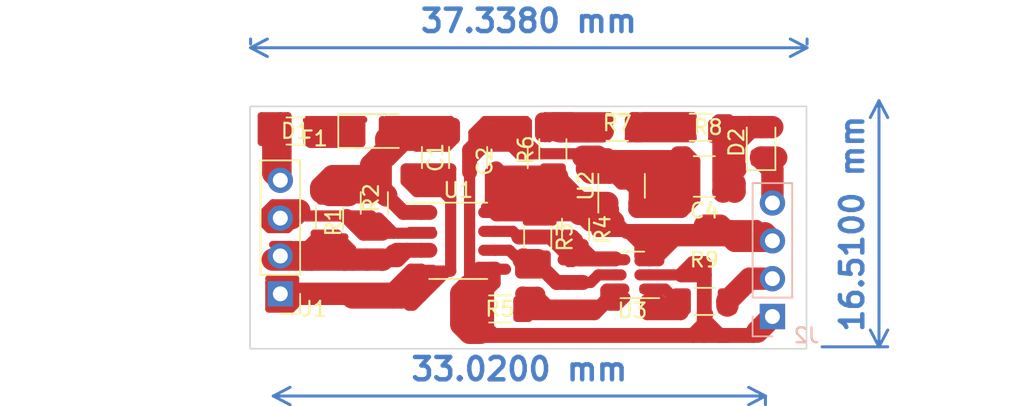
<source format=kicad_pcb>
(kicad_pcb (version 20211014) (generator pcbnew)
  (layers (0 "F.Cu" signal) (31 "B.Cu" signal) (34 "B.Paste" user) (35 "F.Paste" user) (36 "B.SilkS" user "B.Silkscreen") (37 "F.SilkS" user "F.Silkscreen") (38 "B.Mask" user) (39 "F.Mask" user) (44 "Edge.Cuts" user))
  (net 0 "")
  (net 1 "Net-(C1-Pad1)")
  (net 2 "GND1")
  (net 3 "GNDS")
  (net 4 "Net-(C2-Pad1)")
  (net 5 "Net-(C4-Pad1)")
  (net 6 "Net-(D2-Pad1)")
  (net 7 "Net-(F1-Pad2)")
  (net 8 "Net-(D1-Pad1)")
  (net 9 "Net-(R3-Pad2)")
  (net 10 "Net-(R4-Pad2)")
  (net 11 "Net-(R5-Pad1)")
  (net 12 "Net-(R6-Pad2)")
  (net 13 "Net-(R7-Pad2)")
  (net 14 "Net-(J1-Pad2)")
  (net 15 "Net-(J1-Pad3)")
  (net 16 "Net-(R9-Pad1)")
  (net 17 "Net-(J2-Pad2)")
  (footprint "Resistor_SMD:R_1206_3216Metric_Pad1.30x1.75mm_HandSolder" (layer "F.Cu") (at 60.1595 155.702 -90)
    (fp_text reference "R3")
    (fp_text value "10k")
  )
  (footprint "Package_TO_SOT_SMD:SOT-23-6" (layer "F.Cu") (at 66.5095 158.242 180)
    (fp_text reference "U3")
    (fp_text value "MCP4725")
  )
  (footprint "Package_TO_SOT_SMD:SOT-23-3" (layer "F.Cu") (at 65.786 152.2675 90)
    (fp_text reference "U2")
    (fp_text value "ZRB500_5")
  )
  (footprint "Diode_SMD:D_1206_3216Metric_Pad1.42x1.75mm_HandSolder" (layer "F.Cu") (at 49.2375 148.59)
    (fp_text reference "D1")
    (fp_text value "Schottky")
  )
  (footprint "Fuse:Fuse_1206_3216Metric_Pad1.42x1.75mm_HandSolder" (layer "F.Cu") (at 43.9035 148.59 180)
    (fp_text reference "F1")
    (fp_text value "100mA")
  )
  (footprint "Resistor_SMD:R_1206_3216Metric_Pad1.30x1.75mm_HandSolder" (layer "F.Cu") (at 61.1755 149.86 90)
    (fp_text reference "R6")
    (fp_text value "1k")
  )
  (footprint "Resistor_SMD:R_1206_3216Metric_Pad1.30x1.75mm_HandSolder" (layer "F.Cu") (at 71.0815 148.336)
    (fp_text reference "R8")
    (fp_text value "1k")
  )
  (footprint "Resistor_SMD:R_1206_3216Metric_Pad1.30x1.75mm_HandSolder" (layer "F.Cu") (at 62.6995 155.194 -90)
    (fp_text reference "R4")
    (fp_text value "10k")
  )
  (footprint "Diode_SMD:D_0805_2012Metric_Pad1.15x1.40mm_HandSolder" (layer "F.Cu") (at 75.1455 149.352 90)
    (fp_text reference "D2")
    (fp_text value "DIODE")
  )
  (footprint "Resistor_SMD:R_1206_3216Metric_Pad1.30x1.75mm_HandSolder" (layer "F.Cu") (at 46.1895 154.432 -90)
    (fp_text reference "R1")
    (fp_text value "10k")
  )
  (footprint "Connector_PinHeader_2.54mm:PinHeader_1x04_P2.54mm_Vertical" (layer "F.Cu") (at 42.8875 159.512 180)
    (fp_text reference "J1")
    (fp_text value "+5V,SCL,SDA,Gnd1")
  )
  (footprint "Resistor_SMD:R_1206_3216Metric_Pad1.30x1.75mm_HandSolder" (layer "F.Cu") (at 65.4935 148.336)
    (fp_text reference "R7")
    (fp_text value "1k")
  )
  (footprint "Resistor_SMD:R_1206_3216Metric_Pad1.30x1.75mm_HandSolder" (layer "F.Cu") (at 57.6195 160.528 180)
    (fp_text reference "R5")
    (fp_text value "10k")
  )
  (footprint "Capacitor_SMD:C_1210_3225Metric_Pad1.33x2.70mm_HandSolder" (layer "F.Cu") (at 71.3355 151.638 180)
    (fp_text reference "C4")
    (fp_text value "10")
  )
  (footprint "Resistor_SMD:R_1206_3216Metric_Pad1.30x1.75mm_HandSolder" (layer "F.Cu") (at 71.3355 160.02)
    (fp_text reference "R9")
    (fp_text value "10k")
  )
  (footprint "Resistor_SMD:R_1206_3216Metric_Pad1.30x1.75mm_HandSolder" (layer "F.Cu") (at 49.1955 153.416 -90)
    (fp_text reference "R2")
    (fp_text value "10k")
  )
  (footprint "Capacitor_SMD:C_1210_3225Metric_Pad1.33x2.70mm_HandSolder" (layer "F.Cu") (at 58.1275 150.368 90)
    (fp_text reference "C2")
    (fp_text value "10µF")
  )
  (footprint "Capacitor_SMD:C_1206_3216Metric_Pad1.33x1.80mm_HandSolder" (layer "F.Cu") (at 53.3015 150.368 -90)
    (fp_text reference "C1")
    (fp_text value "10µ")
  )
  (footprint "Package_SO:SOIC-8_3.9x4.9mm_P1.27mm" (layer "F.Cu") (at 54.8255 155.956)
    (fp_text reference "U1")
    (fp_text value "ADuM1250")
  )
  (footprint "Connector_PinHeader_2.54mm:PinHeader_1x04_P2.54mm_Vertical" (layer "B.Cu") (at 75.9075 161.036)
    (fp_text reference "J2")
    (fp_text value "+30V,+5V,Dac_Out,Ground_s")
  )
  (gr_rect (start 24.13 163.322) (end 24.13 163.322) (layer "Edge.Cuts") (width 0.1) (fill none))
  (gr_rect (start 78.1935 146.939) (end 40.8555 163.195) (layer "Edge.Cuts") (width 0.1) (fill none))
  (dimension (type orthogonal) (layer "B.Cu") (pts (xy 40.894 143.256) (xy 78.232 143.256)) (height -0.254) (orientation 0) (gr_text "37,3380 mm" (at 59.563 141.202) (layer "B.Cu") (effects (font (size 1.5 1.5) (thickness 0.3)))) (format (units 3) (units_format 1) (precision 4)) (style (thickness 0.2) (arrow_length 1.27) (text_position_mode 0) (extension_height 0.58642) (extension_offset 0.5) keep_text_aligned))
  (dimension (type orthogonal) (layer "B.Cu") (pts (xy 42.418 166.37) (xy 75.438 165.862)) (height 0) (orientation 0) (gr_text "33,0200 mm" (at 58.928 164.57) (layer "B.Cu") (effects (font (size 1.5 1.5) (thickness 0.3)))) (format (units 3) (units_format 1) (precision 4)) (style (thickness 0.2) (arrow_length 1.27) (text_position_mode 0) (extension_height 0.58642) (extension_offset 0.5) keep_text_aligned))
  (dimension (type orthogonal) (layer "B.Cu") (pts (xy 83.058 146.558) (xy 78.74 163.068)) (height 0) (orientation 1) (gr_text "16,5100 mm" (at 81.258 154.813 90) (layer "B.Cu") (effects (font (size 1.5 1.5) (thickness 0.3)))) (format (units 3) (units_format 1) (precision 4)) (style (thickness 0.2) (arrow_length 1.27) (text_position_mode 0) (extension_height 0.58642) (extension_offset 0.5) keep_text_aligned))
  (segment (start 54.0635 149.606) (end 54.5715 149.098) (width 0.75) (layer "F.Cu") (net 1))
  (segment (start 49.9995 152.908) (end 49.9995 150.272944) (width 0.75) (layer "F.Cu") (net 1))
  (segment (start 51.972944 149.547444) (end 50.725 149.547444) (width 0.75) (layer "F.Cu") (net 1))
  (segment (start 48.9835 151.188) (end 48.9835 150.876) (width 1.5) (layer "F.Cu") (net 1))
  (segment (start 49.7455 148.844) (end 49.9995 149.098) (width 0.5) (layer "F.Cu") (net 1))
  (segment (start 52.0315 149.606) (end 51.972944 149.547444) (width 0.75) (layer "F.Cu") (net 1))
  (segment (start 49.9995 147.828) (end 49.9995 149.098) (width 0.5) (layer "F.Cu") (net 1))
  (segment (start 47.4855 152.882) (end 49.9735 152.882) (width 1) (layer "F.Cu") (net 1))
  (segment (start 54.3175 147.828) (end 49.9995 147.828) (width 0.5) (layer "F.Cu") (net 1))
  (segment (start 47.4855 152.882) (end 48.5045 151.863) (width 1.5) (layer "F.Cu") (net 1))
  (segment (start 46.1895 152.882) (end 47.2895 152.882) (width 1.5) (layer "F.Cu") (net 1))
  (segment (start 50.725 148.59) (end 50.725 149.547444) (width 1.5) (layer "F.Cu") (net 1))
  (segment (start 52.3505 154.051) (end 52.9205 154.051) (width 1) (layer "F.Cu") (net 1))
  (segment (start 49.489388 151.696) (end 49.586556 151.598832) (width 1.5) (layer "F.Cu") (net 1))
  (segment (start 49.840556 150.114) (end 49.9995 150.272944) (width 1.5) (layer "F.Cu") (net 1))
  (segment (start 49.7455 147.828) (end 49.7455 148.844) (width 0.5) (layer "F.Cu") (net 1))
  (segment (start 51.1425 154.051) (end 49.9995 152.908) (width 1) (layer "F.Cu") (net 1))
  (segment (start 52.3505 154.051) (end 51.1425 154.051) (width 1) (layer "F.Cu") (net 1))
  (segment (start 53.517 148.8055) (end 53.771 148.5515) (width 0.75) (layer "F.Cu") (net 1))
  (segment (start 50.5075 148.59) (end 49.9995 149.098) (width 1.5) (layer "F.Cu") (net 1))
  (segment (start 52.755 148.59) (end 52.7935 148.5515) (width 1.5) (layer "F.Cu") (net 1))
  (segment (start 53.3015 148.8055) (end 53.517 148.8055) (width 0.75) (layer "F.Cu") (net 1))
  (segment (start 49.9995 150.272944) (end 51.720944 148.5515) (width 1.5) (layer "F.Cu") (net 1))
  (segment (start 49.1955 152.104) (end 49.9995 152.908) (width 1.5) (layer "F.Cu") (net 1))
  (segment (start 53.263 148.5515) (end 53.3015 148.59) (width 1.5) (layer "F.Cu") (net 1))
  (segment (start 47.2895 152.882) (end 47.4855 152.882) (width 1.5) (layer "F.Cu") (net 1))
  (segment (start 49.586556 150.272944) (end 48.9835 150.876) (width 1) (layer "F.Cu") (net 1))
  (segment (start 54.5715 149.098) (end 54.5715 148.082) (width 0.75) (layer "F.Cu") (net 1))
  (segment (start 53.3015 148.8055) (end 52.501 149.606) (width 0.75) (layer "F.Cu") (net 1))
  (segment (start 49.1955 151.696) (end 49.489388 151.696) (width 1.5) (layer "F.Cu") (net 1))
  (segment (start 47.2895 152.882) (end 48.9835 151.188) (width 1.5) (layer "F.Cu") (net 1))
  (segment (start 53.3015 148.59) (end 53.3015 148.8055) (width 1.5) (layer "F.Cu") (net 1))
  (segment (start 52.501 149.606) (end 52.0315 149.606) (width 0.75) (layer "F.Cu") (net 1))
  (segment (start 46.4145 151.667) (end 48.5045 151.667) (width 1.6) (layer "F.Cu") (net 1))
  (segment (start 52.501 149.606) (end 54.0635 149.606) (width 0.75) (layer "F.Cu") (net 1))
  (segment (start 48.9835 151.188) (end 49.0415 151.188) (width 1.5) (layer "F.Cu") (net 1))
  (segment (start 49.586556 151.598832) (end 49.586556 150.272944) (width 1.5) (layer "F.Cu") (net 1))
  (segment (start 49.4915 152.654) (end 48.9835 152.654) (width 0.75) (layer "F.Cu") (net 1))
  (segment (start 48.9835 152.654) (end 45.6815 152.654) (width 1.6) (layer "F.Cu") (net 1))
  (segment (start 49.586556 150.272944) (end 49.9995 150.272944) (width 1.5) (layer "F.Cu") (net 1))
  (segment (start 49.9995 149.098) (end 49.9995 149.352) (width 1.5) (layer "F.Cu") (net 1))
  (segment (start 45.6815 152.654) (end 45.6815 152.4) (width 1.6) (layer "F.Cu") (net 1))
  (segment (start 51.720944 148.5515) (end 53.263 148.5515) (width 1.5) (layer "F.Cu") (net 1))
  (segment (start 52.7935 148.5515) (end 51.720944 148.5515) (width 1.5) (layer "F.Cu") (net 1))
  (segment (start 48.5045 151.863) (end 48.5045 151.667) (width 1.5) (layer "F.Cu") (net 1))
  (segment (start 50.5075 148.59) (end 52.755 148.59) (width 1.5) (layer "F.Cu") (net 1))
  (segment (start 50.725 148.59) (end 50.5075 148.59) (width 1.5) (layer "F.Cu") (net 1))
  (segment (start 52.7935 148.5515) (end 53.771 148.5515) (width 1.5) (layer "F.Cu") (net 1))
  (segment (start 45.6815 152.4) (end 46.4145 151.667) (width 1.6) (layer "F.Cu") (net 1))
  (segment (start 50.5075 153.416) (end 50.303226 153.416) (width 0.75) (layer "F.Cu") (net 1))
  (segment (start 49.7455 150.114) (end 49.840556 150.114) (width 1.5) (layer "F.Cu") (net 1))
  (segment (start 49.1955 151.696) (end 49.1955 152.104) (width 1.5) (layer "F.Cu") (net 1))
  (segment (start 50.725 149.547444) (end 49.9995 150.272944) (width 1.5) (layer "F.Cu") (net 1))
  (segment (start 54.5715 148.082) (end 54.3175 147.828) (width 0.5) (layer "F.Cu") (net 1))
  (segment (start 49.9735 152.882) (end 49.9995 152.908) (width 1) (layer "F.Cu") (net 1))
  (segment (start 49.1955 151.696) (end 49.2955 151.696) (width 1.5) (layer "F.Cu") (net 1))
  (segment (start 48.9835 150.876) (end 49.7455 150.114) (width 1.5) (layer "F.Cu") (net 1))
  (segment (start 51.3245 151.13) (end 54.3175 151.13) (width 0.75) (layer "F.Cu") (net 2))
  (segment (start 51.0255 159.756) (end 51.0255 159.776) (width 0.75) (layer "F.Cu") (net 2))
  (segment (start 43.9035 160.274) (end 43.9035 158.496) (width 0.5) (layer "F.Cu") (net 2))
  (segment (start 54.3175 157.988) (end 53.5555 157.988) (width 0.75) (layer "F.Cu") (net 2))
  (segment (start 53.3015 158.75) (end 52.3505 159.701) (width 0.75) (layer "F.Cu") (net 2))
  (segment (start 51.3245 151.947) (end 51.595 151.6765) (width 0.75) (layer "F.Cu") (net 2))
  (segment (start 42.1255 158.75) (end 42.1255 160.528) (width 0.5) (layer "F.Cu") (net 2))
  (segment (start 43.6495 160.528) (end 43.9035 160.274) (width 0.5) (layer "F.Cu") (net 2))
  (segment (start 42.8875 159.512) (end 42.1255 158.75) (width 0.5) (layer "F.Cu") (net 2))
  (segment (start 51.0255 159.776) (end 51.5235 160.274) (width 0.75) (layer "F.Cu") (net 2))
  (segment (start 50.2115 159.512) (end 50.4555 159.756) (width 1.5) (layer "F.Cu") (net 2))
  (segment (start 50.4555 159.756) (end 49.7555 159.756) (width 0.75) (layer "F.Cu") (net 2))
  (segment (start 54.3175 153.162) (end 54.3175 152.223) (width 0.75) (layer "F.Cu") (net 2))
  (segment (start 54.3175 152.223) (end 53.771 151.6765) (width 0.75) (layer "F.Cu") (net 2))
  (segment (start 54.3175 151.13) (end 54.3175 152.223) (width 0.75) (layer "F.Cu") (net 2))
  (segment (start 53.3015 158.75) (end 53.0475 158.496) (width 0.75) (layer "F.Cu") (net 2))
  (segment (start 51.6505 157.861) (end 49.7555 159.756) (width 0.75) (layer "F.Cu") (net 2))
  (segment (start 42.8875 159.512) (end 50.2115 159.512) (width 1.5) (layer "F.Cu") (net 2))
  (segment (start 47.7235 159.756) (end 51.0255 159.756) (width 1.5) (layer "F.Cu") (net 2))
  (segment (start 53.086 151.9305) (end 54.3175 153.162) (width 0.75) (layer "F.Cu") (net 2))
  (segment (start 51.0255 159.756) (end 52.2855 158.496) (width 1.5) (layer "F.Cu") (net 2))
  (segment (start 51.3245 151.947) (end 51.3245 151.13) (width 0.75) (layer "F.Cu") (net 2))
  (segment (start 53.8095 152.654) (end 54.3175 153.162) (width 0.75) (layer "F.Cu") (net 2))
  (segment (start 53.5555 158.496) (end 53.3015 158.75) (width 0.75) (layer "F.Cu") (net 2))
  (segment (start 53.8095 152.654) (end 52.0315 152.654) (width 0.75) (layer "F.Cu") (net 2))
  (segment (start 54.0635 157.988) (end 53.5555 158.496) (width 0.75) (layer "F.Cu") (net 2))
  (segment (start 53.5555 157.988) (end 53.5555 158.496) (width 0.75) (layer "F.Cu") (net 2))
  (segment (start 52.7935 151.6765) (end 51.595 151.6765) (width 0.75) (layer "F.Cu") (net 2))
  (segment (start 42.1255 160.528) (end 43.6495 160.528) (width 0.5) (layer "F.Cu") (net 2))
  (segment (start 52.3505 157.861) (end 51.6505 157.861) (width 0.75) (layer "F.Cu") (net 2))
  (segment (start 54.3175 157.988) (end 54.0635 157.988) (width 0.75) (layer "F.Cu") (net 2))
  (segment (start 49.7555 159.756) (end 47.7235 159.756) (width 0.75) (layer "F.Cu") (net 2))
  (segment (start 52.324 151.6765) (end 52.7935 151.6765) (width 1.5) (layer "F.Cu") (net 2))
  (segment (start 43.9035 158.496) (end 42.1255 158.496) (width 0.5) (layer "F.Cu") (net 2))
  (segment (start 42.8875 159.766) (end 42.3795 160.274) (width 0.5) (layer "F.Cu") (net 2))
  (segment (start 54.3175 153.162) (end 54.3175 157.988) (width 0.75) (layer "F.Cu") (net 2))
  (segment (start 52.0315 152.654) (end 51.3245 151.947) (width 0.75) (layer "F.Cu") (net 2))
  (segment (start 42.8875 159.512) (end 42.8875 160.02) (width 0.75) (layer "F.Cu") (net 2))
  (segment (start 42.8875 159.512) (end 42.8875 159.766) (width 0.5) (layer "F.Cu") (net 2))
  (segment (start 52.7935 151.6765) (end 53.771 151.6765) (width 1.5) (layer "F.Cu") (net 2))
  (segment (start 52.0315 151.9305) (end 53.086 151.9305) (width 0.75) (layer "F.Cu") (net 2))
  (segment (start 53.0475 158.496) (end 52.2855 158.496) (width 0.75) (layer "F.Cu") (net 2))
  (segment (start 51.5235 160.274) (end 51.7775 160.274) (width 0.75) (layer "F.Cu") (net 2))
  (segment (start 53.5555 157.988) (end 52.4775 157.988) (width 0.75) (layer "F.Cu") (net 2))
  (segment (start 52.3505 157.861) (end 52.3505 159.701) (width 0.75) (layer "F.Cu") (net 2))
  (segment (start 53.771 151.6765) (end 54.3175 151.13) (width 0.75) (layer "F.Cu") (net 2))
  (segment (start 51.7775 160.274) (end 52.3505 159.701) (width 0.75) (layer "F.Cu") (net 2))
  (segment (start 64.1695 150.314) (end 63.2075 150.314) (width 1.5) (layer "F.Cu") (net 3))
  (segment (start 71.3355 161.544) (end 70.5735 162.306) (width 1) (layer "F.Cu") (net 3))
  (segment (start 57.3005 157.861) (end 58.0005 157.861) (width 0.75) (layer "F.Cu") (net 3))
  (segment (start 57.3005 157.861) (end 56.9845 157.861) (width 1) (layer "F.Cu") (net 3))
  (segment (start 68.0335 151.384) (end 68.068 151.3495) (width 1.5) (layer "F.Cu") (net 3))
  (segment (start 57.3005 157.861) (end 57.3005 158.815) (width 0.75) (layer "F.Cu") (net 3))
  (segment (start 71.3355 157.48) (end 70.5735 157.48) (width 1) (layer "F.Cu") (net 3))
  (segment (start 69.8115 153.924) (end 70.5735 153.162) (width 1) (layer "F.Cu") (net 3))
  (segment (start 69.452 151.2785) (end 68.7955 150.622) (width 0.5) (layer "F.Cu") (net 3))
  (segment (start 74.6375 162.306) (end 74.8915 162.052) (width 1) (layer "F.Cu") (net 3))
  (segment (start 59.5245 147.955) (end 59.5245 149.225) (width 0.5) (layer "F.Cu") (net 3))
  (segment (start 66.7635 151.892) (end 68.0335 153.162) (width 1.5) (layer "F.Cu") (net 3))
  (segment (start 66.7635 151.892) (end 66.7635 153.3775) (width 1) (layer "F.Cu") (net 3))
  (segment (start 57.4425 147.828) (end 59.3975 147.828) (width 0.5) (layer "F.Cu") (net 3))
  (segment (start 58.8895 150.114) (end 57.581 148.8055) (width 0.75) (layer "F.Cu") (net 3))
  (segment (start 63.9695 150.114) (end 60.1595 150.114) (width 0.75) (layer "F.Cu") (net 3))
  (segment (start 63.7155 151.384) (end 64.7315 151.384) (width 1.5) (layer "F.Cu") (net 3))
  (segment (start 58.1275 148.8055) (end 58.1275 148.59) (width 0.75) (layer "F.Cu") (net 3))
  (segment (start 64.7315 151.13) (end 64.7315 150.876) (width 1.5) (layer "F.Cu") (net 3))
  (segment (start 57.581 148.8055) (end 56.642 148.8055) (width 0.75) (layer "F.Cu") (net 3))
  (segment (start 56.2225 158.369) (end 56.6035 158.75) (width 1) (layer "F.Cu") (net 3))
  (segment (start 71.3355 162.306) (end 72.8595 162.306) (width 1) (layer "F.Cu") (net 3))
  (segment (start 59.1435 150.114) (end 59.1435 149.606) (width 0.75) (layer "F.Cu") (net 3))
  (segment (start 57.4425 147.828) (end 56.6035 147.828) (width 0.5) (layer "F.Cu") (net 3))
  (segment (start 74.8915 162.052) (end 75.1455 161.798) (width 1) (layer "F.Cu") (net 3))
  (segment (start 55.5875 158.496) (end 55.5875 159.004) (width 0.75) (layer "F.Cu") (net 3))
  (segment (start 75.9075 161.036) (end 74.8915 162.052) (width 1.5) (layer "F.Cu") (net 3))
  (segment (start 68.503 151.892) (end 68.5415 151.892) (width 1.5) (layer "F.Cu") (net 3))
  (segment (start 57.658 148.0435) (end 57.4425 147.828) (width 0.5) (layer "F.Cu") (net 3))
  (segment (start 55.7505 150.459) (end 56.6035 149.606) (width 0.75) (layer "F.Cu") (net 3))
  (segment (start 58.1275 148.59) (end 58.6355 148.082) (width 0.75) (layer "F.Cu") (net 3))
  (segment (start 55.7505 149.697) (end 55.7505 150.459) (width 0.75) (layer "F.Cu") (net 3))
  (segment (start 71.3355 161.29) (end 71.3355 161.544) (width 1) (layer "F.Cu") (net 3))
  (segment (start 71.3355 158.242) (end 71.3355 157.48) (width 1) (layer "F.Cu") (net 3))
  (segment (start 59.3975 147.828) (end 59.5245 147.955) (width 0.5) (layer "F.Cu") (net 3))
  (segment (start 68.7955 150.622) (end 67.2715 150.622) (width 1.5) (layer "F.Cu") (net 3))
  (segment (start 67.0175 158.242) (end 67.647 158.242) (width 0.75) (layer "F.Cu") (net 3))
  (segment (start 58.1275 148.8055) (end 56.642 148.8055) (width 1.5) (layer "F.Cu") (net 3))
  (segment (start 56.8575 159.258) (end 56.8575 161.798) (width 0.75) (layer "F.Cu") (net 3))
  (segment (start 66.7635 151.384) (end 68.0335 151.384) (width 1.5) (layer "F.Cu") (net 3))
  (segment (start 58.1275 148.8055) (end 58.42 148.8055) (width 0.5) (layer "F.Cu") (net 3))
  (segment (start 57.3005 158.815) (end 56.8575 159.258) (width 0.75) (layer "F.Cu") (net 3))
  (segment (start 71.3355 162.306) (end 70.5735 162.306) (width 0.75) (layer "F.Cu") (net 3))
  (segment (start 67.5255 152.654) (end 67.5255 153.416) (width 0.75) (layer "F.Cu") (net 3))
  (segment (start 59.9055 150.114) (end 58.8895 150.114) (width 0.75) (layer "F.Cu") (net 3))
  (segment (start 56.0955 159.258) (end 56.6035 158.75) (width 1) (layer "F.Cu") (net 3))
  (segment (start 58.597 148.8055) (end 59.9055 150.114) (width 0.5) (layer "F.Cu") (net 3))
  (segment (start 69.773 150.9145) (end 69.773 151.638) (width 1.5) (layer "F.Cu") (net 3))
  (segment (start 69.8115 158.242) (end 67.647 158.242) (width 0.75) (layer "F.Cu") (net 3))
  (segment (start 56.0955 161.29) (end 56.0955 160.528) (width 0.5) (layer "F.Cu") (net 3))
  (segment (start 55.5875 149.86) (end 55.5875 151.358) (width 1) (layer "F.Cu") (net 3))
  (segment (start 72.8595 162.306) (end 72.3515 162.306) (width 1) (layer "F.Cu") (net 3))
  (segment (start 66.2555 152.146) (end 66.2555 151.384) (width 0.75) (layer "F.Cu") (net 3))
  (segment (start 64.9855 151.384) (end 64.7315 151.13) (width 1.5) (layer "F.Cu") (net 3))
  (segment (start 70.0655 150.114) (end 70.5735 150.622) (width 1) (layer "F.Cu") (net 3))
  (segment (start 58.1275 148.8055) (end 58.597 148.8055) (width 0.5) (layer "F.Cu") (net 3))
  (segment (start 59.9055 150.114) (end 59.1435 150.114) (width 0.75) (layer "F.Cu") (net 3))
  (segment (start 75.9075 161.036) (end 75.1455 161.798) (width 1.5) (layer "F.Cu") (net 3))
  (segment (start 66.736 153.405) (end 66.736 153.858) (width 1) (layer "F.Cu") (net 3))
  (segment (start 56.0955 149.352) (end 55.7505 149.697) (width 1) (layer "F.Cu") (net 3))
  (segment (start 68.068 150.876) (end 69.084 151.892) (width 1.5) (layer "F.Cu") (net 3))
  (segment (start 69.084 151.892) (end 69.084 152.26) (width 1.5) (layer "F.Cu") (net 3))
  (segment (start 56.6035 147.828) (end 55.7505 148.681) (width 0.5) (layer "F.Cu") (net 3))
  (segment (start 72.8595 162.306) (end 74.6375 162.306) (width 1) (layer "F.Cu") (net 3))
  (segment (start 71.3355 162.306) (end 56.5515 162.306) (width 1) (layer "F.Cu") (net 3))
  (segment (start 56.0955 160.528) (end 56.0955 159.512) (width 0.5) (layer "F.Cu") (net 3))
  (segment (start 66.736 153.858) (end 66.802 153.924) (width 1) (layer "F.Cu") (net 3))
  (segment (start 69.198 151.638) (end 69.198 151.0245) (width 1.5) (layer "F.Cu") (net 3))
  (segment (start 66.7635 151.892) (end 67.5255 152.654) (width 0.75) (layer "F.Cu") (net 3))
  (segment (start 55.0795 161.544) (end 55.6135 162.078) (width 1.6) (layer "F.Cu") (net 3))
  (segment (start 70.5735 157.48) (end 69.8115 158.242) (width 1) (layer "F.Cu") (net 3))
  (segment (start 56.2225 157.861) (end 56.2225 158.369) (width 1) (layer "F.Cu") (net 3))
  (segment (start 55.5875 159.004) (end 55.5875 159.258) (width 0.75) (layer "F.Cu") (net 3))
  (segment (start 56.642 148.8055) (end 56.0955 149.352) (width 1) (layer "F.Cu") (net 3))
  (segment (start 68.0335 153.162) (end 69.3035 153.162) (width 1.5) (layer "F.Cu") (net 3))
  (segment (start 66.2555 151.384) (end 66.7635 151.384) (width 1.5) (layer "F.Cu") (net 3))
  (segment (start 70.5735 150.622) (end 69.773 151.4225) (width 1) (layer "F.Cu") (net 3))
  (segment (start 56.8575 161.798) (end 57.3655 162.306) (width 0.75) (layer "F.Cu") (net 3))
  (segment (start 57.3655 162.306) (end 68.2875 162.306) (width 0.75) (layer "F.Cu") (net 3))
  (segment (start 64.907 150.114) (end 69.5575 150.114) (width 0.5) (layer "F.Cu") (net 3))
  (segment (start 56.3235 162.078) (end 56.0955 162.306) (width 0.75) (layer "F.Cu") (net 3))
  (segment (start 59.1435 149.606) (end 59.1435 148.336) (width 0.75) (layer "F.Cu") (net 3))
  (segment (start 71.3355 160.782) (end 71.3355 158.242) (width 1) (layer "F.Cu") (net 3))
  (segment (start 69.773 152.6155) (end 69.773 151.638) (width 1) (layer "F.Cu") (net 3))
  (segment (start 69.773 151.4225) (end 69.773 151.638) (width 1) (layer "F.Cu") (net 3))
  (segment (start 72.3515 162.306) (end 71.3355 161.29) (width 1) (layer "F.Cu") (net 3))
  (segment (start 64.907 150.114) (end 64.2235 150.114) (width 0.75) (layer "F.Cu") (net 3))
  (segment (start 55.6135 162.078) (end 56.3235 162.078) (width 1.6) (layer "F.Cu") (net 3))
  (segment (start 55.0795 159.512) (end 55.0795 161.544) (width 1.6) (layer "F.Cu") (net 3))
  (segment (start 68.2875 162.306) (end 56.0955 162.306) (width 0.75) (layer "F.Cu") (net 3))
  (segment (start 58.42 148.8055) (end 57.658 148.0435) (width 0.5) (layer "F.Cu") (net 3))
  (segment (start 71.3355 160.782) (end 71.4355 160.882) (width 1) (layer "F.Cu") (net 3))
  (segment (start 66.2555 152.146) (end 65.7475 152.146) (width 0.75) (layer "F.Cu") (net 3))
  (segment (start 66.7635 151.384) (end 66.7635 151.892) (width 1.5) (layer "F.Cu") (net 3))
  (segment (start 57.3005 157.861) (end 56.2225 157.861) (width 1) (layer "F.Cu") (net 3))
  (segment (start 65.7475 152.146) (end 64.9855 151.384) (width 0.75) (layer "F.Cu") (net 3))
  (segment (start 56.3235 160.274) (end 56.3235 162.078) (width 0.75) (layer "F.Cu") (net 3))
  (segment (start 55.5875 151.358) (end 55.5875 158.496) (width 0.75) (layer "F.Cu") (net 3))
  (segment (start 56.6035 149.606) (end 56.3495 149.606) (width 0.75) (layer "F.Cu") (net 3))
  (segment (start 66.7635 153.3775) (end 66.736 153.405) (width 1) (layer "F.Cu") (net 3))
  (segment (start 71.3355 158.242) (end 69.8115 158.242) (width 1) (layer "F.Cu") (net 3))
  (segment (start 69.198 151.0245) (end 68.7955 150.622) (width 1.5) (layer "F.Cu") (net 3))
  (segment (start 56.3235 160.274) (end 56.3235 161.57) (width 1) (layer "F.Cu") (net 3))
  (segment (start 56.3495 149.606) (end 56.0955 149.352) (width 0.75) (layer "F.Cu") (net 3))
  (segment (start 66.802 153.924) (end 69.8115 153.924) (width 1) (layer "F.Cu") (net 3))
  (segment (start 68.068 150.876) (end 68.068 151.3495) (width 1.5) (layer "F.Cu") (net 3))
  (segment (start 60.4135 150.114) (end 59.9055 150.114) (width 0.75) (layer "F.Cu") (net 3))
  (segment (start 65.7475 150.622) (end 64.9855 151.384) (width 1.5) (layer "F.Cu") (net 3))
  (segment (start 70.5735 162.306) (end 68.2875 162.306) (width 0.75) (layer "F.Cu") (net 3))
  (segment (start 59.5245 149.225) (end 60.4135 150.114) (width 0.5) (layer "F.Cu") (net 3))
  (segment (start 69.5575 150.114) (end 70.0655 150.114) (width 1) (layer "F.Cu") (net 3))
  (segment (start 67.2715 150.622) (end 65.7475 150.622) (width 1.5) (layer "F.Cu") (net 3))
  (segment (start 59.1435 149.606) (end 56.6035 149.606) (width 0.75) (layer "F.Cu") (net 3))
  (segment (start 70.5735 153.162) (end 69.3035 153.162) (width 1) (layer "F.Cu") (net 3))
  (segment (start 55.7505 149.697) (end 55.5875 149.86) (width 1) (layer "F.Cu") (net 3))
  (segment (start 67.5255 153.416) (end 66.2555 152.146) (width 0.75) (layer "F.Cu") (net 3))
  (segment (start 68.2605 150.7005) (end 69.198 151.638) (width 1) (layer "F.Cu") (net 3))
  (segment (start 71.3355 162.306) (end 71.3355 161.29) (width 1) (layer "F.Cu") (net 3))
  (segment (start 63.4615 151.13) (end 63.7155 150.876) (width 1.5) (layer "F.Cu") (net 3))
  (segment (start 56.0955 162.306) (end 56.0955 161.29) (width 0.75) (layer "F.Cu") (net 3))
  (segment (start 55.7505 148.681) (end 55.7505 149.697) (width 0.5) (layer "F.Cu") (net 3))
  (segment (start 55.5875 159.004) (end 55.0795 159.512) (width 1.6) (layer "F.Cu") (net 3))
  (segment (start 64.7315 150.876) (end 64.1695 150.314) (width 1.5) (layer "F.Cu") (net 3))
  (segment (start 71.3355 161.29) (end 71.3355 160.782) (width 1) (layer "F.Cu") (net 3))
  (segment (start 56.0955 161.29) (end 56.0955 159.258) (width 1) (layer "F.Cu") (net 3))
  (segment (start 70.5735 153.162) (end 70.5735 150.622) (width 1) (layer "F.Cu") (net 3))
  (segment (start 69.084 152.26) (end 68.99675 152.34725) (width 1.5) (layer "F.Cu") (net 3))
  (segment (start 56.5515 162.306) (end 56.3235 162.078) (width 1) (layer "F.Cu") (net 3))
  (segment (start 64.9855 151.384) (end 66.2555 151.384) (width 0.75) (layer "F.Cu") (net 3))
  (segment (start 64.128 155.3265) (end 66.134 155.3265) (width 0.75) (layer "F.Cu") (net 4))
  (segment (start 62.6995 153.644) (end 62.6995 153.162) (width 1.5) (layer "F.Cu") (net 4))
  (segment (start 64.128 155.3265) (end 63.62 154.8185) (width 0.5) (layer "F.Cu") (net 4))
  (segment (start 63.62 154.8185) (end 62.9535 154.152) (width 1) (layer "F.Cu") (net 4))
  (segment (start 56.6035 153.67) (end 57.1115 153.67) (width 0.5) (layer "F.Cu") (net 4))
  (segment (start 67.0175 156.21) (end 67.0175 156.972) (width 0.75) (layer "F.Cu") (net 4))
  (segment (start 65.2395 154.686) (end 65.4935 154.686) (width 0.75) (layer "F.Cu") (net 4))
  (segment (start 57.1115 151.384) (end 57.3655 151.13) (width 1) (layer "F.Cu") (net 4))
  (segment (start 68.4145 155.829) (end 68.917 155.3265) (width 0.75) (layer "F.Cu") (net 4))
  (segment (start 57.3005 154.051) (end 59.2705 154.051) (width 1) (layer "F.Cu") (net 4))
  (segment (start 61.4555 153.136) (end 61.4295 153.162) (width 1.5) (layer "F.Cu") (net 4))
  (segment (start 72.771 155.321) (end 72.39 154.94) (width 1.5) (layer "F.Cu") (net 4))
  (segment (start 57.8995 151.664) (end 57.3655 151.13) (width 1) (layer "F.Cu") (net 4))
  (segment (start 68.4145 155.829) (end 73.279 155.829) (width 1) (layer "F.Cu") (net 4))
  (segment (start 58.089 151.9305) (end 57.3655 152.654) (width 1) (layer "F.Cu") (net 4))
  (segment (start 67.647 157.172774) (end 68.194637 156.625137) (width 0.75) (layer "F.Cu") (net 4))
  (segment (start 64.345 154.8185) (end 64.61 154.8185) (width 0.5) (layer "F.Cu") (net 4))
  (segment (start 68.990774 155.829) (end 68.4145 155.829) (width 1.5) (layer "F.Cu") (net 4))
  (segment (start 60.9735 152.654) (end 61.7355 153.416) (width 1.5) (layer "F.Cu") (net 4))
  (segment (start 57.3005 154.051) (end 56.5375 154.051) (width 0.75) (layer "F.Cu") (net 4))
  (segment (start 57.4015 154.152) (end 57.3005 154.051) (width 1) (layer "F.Cu") (net 4))
  (segment (start 66.134 155.3265) (end 67.15 155.3265) (width 0.75) (layer "F.Cu") (net 4))
  (segment (start 67.0175 157.292) (end 67.647 157.292) (width 0.75) (layer "F.Cu") (net 4))
  (segment (start 69.493274 155.3265) (end 70.9875 155.3265) (width 1) (layer "F.Cu") (net 4))
  (segment (start 61.4295 153.162) (end 61.9375 153.67) (width 0.5) (layer "F.Cu") (net 4))
  (segment (start 67.647 157.292) (end 67.647 157.172774) (width 0.75) (layer "F.Cu") (net 4))
  (segment (start 73.406 155.956) (end 72.771 155.321) (width 1.5) (layer "F.Cu") (net 4))
  (segment (start 57.3005 154.051) (end 57.9355 153.416) (width 0.75) (layer "F.Cu") (net 4))
  (segment (start 74.422 155.956) (end 75.9075 155.956) (width 1.5) (layer "F.Cu") (net 4))
  (segment (start 62.6995 153.162) (end 61.4555 151.918) (width 1.5) (layer "F.Cu") (net 4))
  (segment (start 61.1755 154.686) (end 59.3975 154.686) (width 0.5) (layer "F.Cu") (net 4))
  (segment (start 56.7305 154.051) (end 56.6035 154.178) (width 0.5) (layer "F.Cu") (net 4))
  (segment (start 57.6455 151.41) (end 57.3655 151.13) (width 1) (layer "F.Cu") (net 4))
  (segment (start 67.0175 156.972) (end 67.327 156.972) (width 0.75) (layer "F.Cu") (net 4))
  (segment (start 57.3005 154.051) (end 56.7305 154.051) (width 0.5) (layer "F.Cu") (net 4))
  (segment (start 68.2875 157.292) (end 67.647 157.292) (width 0.75) (layer "F.Cu") (net 4))
  (segment (start 65.2395 153.8085) (end 64.836 153.405) (width 0.75) (layer "F.Cu") (net 4))
  (segment (start 58.851 152.654) (end 58.1275 151.9305) (width 1) (layer "F.Cu") (net 4))
  (segment (start 73.152 154.94) (end 72.771 155.321) (width 0.75) (layer "F.Cu") (net 4))
  (segment (start 73.279 155.829) (end 73.406 155.956) (width 1.5) (layer "F.Cu") (net 4))
  (segment (start 67.327 156.972) (end 67.647 157.292) (width 0.75) (layer "F.Cu") (net 4))
  (segment (start 65.4935 154.686) (end 66.134 155.3265) (width 0.75) (layer "F.Cu") (net 4))
  (segment (start 60.9735 152.654) (end 61.4555 153.136) (width 1.5) (layer "F.Cu") (net 4))
  (segment (start 59.2705 154.051) (end 60.0585 154.051) (width 1) (layer "F.Cu") (net 4))
  (segment (start 62.5985 153.416) (end 64.8325 153.416) (width 1.5) (layer "F.Cu") (net 4))
  (segment (start 74.8915 154.94) (end 73.152 154.94) (width 0.75) (layer "F.Cu") (net 4))
  (segment (start 58.1275 152.654) (end 57.1115 153.67) (width 1) (layer "F.Cu") (net 4))
  (segment (start 60.1595 153.162) (end 61.4295 153.162) (width 1) (layer "F.Cu") (net 4))
  (segment (start 57.1115 153.67) (end 57.1115 151.384) (width 1) (layer "F.Cu") (net 4))
  (segment (start 56.9845 154.051) (end 56.6035 153.67) (width 0.5) (layer "F.Cu") (net 4))
  (segment (start 57.3655 151.13) (end 57.3655 153.986) (width 1) (layer "F.Cu") (net 4))
  (segment (start 62.9795 154.152) (end 62.9535 154.152) (width 1.5) (layer "F.Cu") (net 4))
  (segment (start 59.8045 154.051) (end 60.1595 154.406) (width 0.5) (layer "F.Cu") (net 4))
  (segment (start 59.6775 151.664) (end 58.394 151.664) (width 1.5) (layer "F.Cu") (net 4))
  (segment (start 61.9375 153.416) (end 61.9375 153.67) (width 0.75) (layer "F.Cu") (net 4))
  (segment (start 60.6415 154.152) (end 61.1755 154.686) (width 0.5) (layer "F.Cu") (net 4))
  (segment (start 61.4555 151.664) (end 61.4555 151.918) (width 1.5) (layer "F.Cu") (net 4))
  (segment (start 75.9075 155.956) (end 75.3995 155.448) (width 1.5) (layer "F.Cu") (net 4))
  (segment (start 60.1595 154.152) (end 57.4015 154.152) (width 1) (layer "F.Cu") (net 4))
  (segment (start 72.39 154.94) (end 71.374 154.94) (width 1.5) (layer "F.Cu") (net 4))
  (segment (start 60.0585 154.051) (end 60.1595 154.152) (width 1) (layer "F.Cu") (net 4))
  (segment (start 60.1595 154.178) (end 59.6515 154.686) (width 0.5) (layer "F.Cu") (net 4))
  (segment (start 75.9075 155.956) (end 74.8915 154.94) (width 0.75) (layer "F.Cu") (net 4))
  (segment (start 57.3005 154.051) (end 56.9845 154.051) (width 0.5) (layer "F.Cu") (net 4))
  (segment (start 59.6775 151.664) (end 61.4555 151.664) (width 1.5) (layer "F.Cu") (net 4))
  (segment (start 66.134 155.3265) (end 67.0175 156.21) (width 0.75) (layer "F.Cu") (net 4))
  (segment (start 67.7795 156.21) (end 68.0335 156.21) (width 0.75) (layer "F.Cu") (net 4))
  (segment (start 61.1755 151.41) (end 57.6455 151.41) (width 1) (layer "F.Cu") (net 4))
  (segment (start 66.134 155.3265) (end 69.493274 155.3265) (width 1) (layer "F.Cu") (net 4))
  (segment (start 58.1275 151.9305) (end 58.1275 152.654) (width 1) (layer "F.Cu") (net 4))
  (segment (start 67.3985 155.575) (end 67.3985 156.337) (width 0.75) (layer "F.Cu") (net 4))
  (segment (start 58.851 152.654) (end 58.851 153.3775) (width 1) (layer "F.Cu") (net 4))
  (segment (start 60.452 154.1135) (end 60.1595 154.406) (width 0.5) (layer "F.Cu") (net 4))
  (segment (start 67.5255 156.464) (end 67.7795 156.21) (width 0.75) (layer "F.Cu") (net 4))
  (segment (start 58.394 151.664) (end 58.1275 151.9305) (width 1.5) (layer "F.Cu") (net 4))
  (segment (start 63.62 154.8185) (end 64.345 154.8185) (width 0.5) (layer "F.Cu") (net 4))
  (segment (start 59.6775 151.664) (end 57.8995 151.664) (width 1) (layer "F.Cu") (net 4))
  (segment (start 67.15 155.3265) (end 67.3985 155.575) (width 0.75) (layer "F.Cu") (net 4))
  (segment (start 60.1595 154.152) (end 60.6415 154.152) (width 0.5) (layer "F.Cu") (net 4))
  (segment (start 63.9695 153.416) (end 65.2395 154.686) (width 1.5) (layer "F.Cu") (net 4))
  (segment (start 68.0335 156.21) (end 68.4145 155.829) (width 0.75) (layer "F.Cu") (net 4))
  (segment (start 57.9355 153.416) (end 58.3815 153.416) (width 0.75) (layer "F.Cu") (net 4))
  (segment (start 70.9875 155.3265) (end 71.374 154.94) (width 1) (layer "F.Cu") (net 4))
  (segment (start 58.851 152.654) (end 60.9735 152.654) (width 1.5) (layer "F.Cu") (net 4))
  (segment (start 68.990774 155.829) (end 68.194637 156.625137) (width 1.5) (layer "F.Cu") (net 4))
  (segment (start 65.2395 154.686) (end 65.2395 153.8085) (width 0.75) (layer "F.Cu") (net 4))
  (segment (start 67.3985 156.337) (end 67.5255 156.464) (width 0.75) (layer "F.Cu") (net 4))
  (segment (start 68.917 155.3265) (end 69.493274 155.3265) (width 0.75) (layer "F.Cu") (net 4))
  (segment (start 59.2705 154.051) (end 60.1595 153.162) (width 1) (layer "F.Cu") (net 4))
  (segment (start 57.3655 153.986) (end 57.3005 154.051) (width 1) (layer "F.Cu") (net 4))
  (segment (start 60.1595 154.152) (end 60.1595 154.178) (width 0.5) (layer "F.Cu") (net 4))
  (segment (start 73.406 155.956) (end 74.422 155.956) (width 1.5) (layer "F.Cu") (net 4))
  (segment (start 58.1275 151.9305) (end 58.089 151.9305) (width 1) (layer "F.Cu") (net 4))
  (segment (start 61.4555 151.918) (end 61.4555 153.136) (width 1.5) (layer "F.Cu") (net 4))
  (segment (start 60.1595 154.152) (end 62.9535 154.152) (width 1) (layer "F.Cu") (net 4))
  (segment (start 74.3925 148.327) (end 73.3415 149.378) (width 1.5) (layer "F.Cu") (net 5))
  (segment (start 72.644 148.8565) (end 72.3775 148.59) (width 1.5) (layer "F.Cu") (net 5))
  (segment (start 72.6315 151.918) (end 72.6315 148.844) (width 1.5) (layer "F.Cu") (net 5))
  (segment (start 71.8435 148.108) (end 71.8435 149.124) (width 0.5) (layer "F.Cu") (net 5))
  (segment (start 72.3775 148.59) (end 72.3775 148.108) (width 0.5) (layer "F.Cu") (net 5))
  (segment (start 72.3775 148.59) (end 72.6315 148.844) (width 1.5) (layer "F.Cu") (net 5))
  (segment (start 73.3675 152.654) (end 72.6315 151.918) (width 1.5) (layer "F.Cu") (net 5))
  (segment (start 71.8695 148.082) (end 71.8435 148.108) (width 0.5) (layer "F.Cu") (net 5))
  (segment (start 74.3925 148.327) (end 72.6405 148.327) (width 1.5) (layer "F.Cu") (net 5))
  (segment (start 75.1455 148.327) (end 74.3925 148.327) (width 1.5) (layer "F.Cu") (net 5))
  (segment (start 72.6315 149.378) (end 72.6315 152.628) (width 1.5) (layer "F.Cu") (net 5))
  (segment (start 72.6315 148.844) (end 72.6315 149.378) (width 1.5) (layer "F.Cu") (net 5))
  (segment (start 73.3675 152.1075) (end 73.3675 152.654) (width 1.5) (layer "F.Cu") (net 5))
  (segment (start 72.6315 152.628) (end 72.6315 148.336) (width 1.5) (layer "F.Cu") (net 5))
  (segment (start 72.898 151.638) (end 73.3675 152.1075) (width 1.5) (layer "F.Cu") (net 5))
  (segment (start 72.6405 148.327) (end 72.6315 148.336) (width 1.5) (layer "F.Cu") (net 5))
  (segment (start 71.8435 149.124) (end 72.3775 148.59) (width 0.5) (layer "F.Cu") (net 5))
  (segment (start 72.6315 148.59) (end 72.6315 148.616) (width 1) (layer "F.Cu") (net 5))
  (segment (start 73.3415 149.378) (end 72.6315 149.378) (width 1.5) (layer "F.Cu") (net 5))
  (segment (start 72.3775 148.108) (end 72.0975 147.828) (width 0.5) (layer "F.Cu") (net 5))
  (segment (start 72.3775 148.59) (end 71.8435 148.056) (width 0.5) (layer "F.Cu") (net 5))
  (segment (start 73.3415 149.378) (end 73.3415 151.1945) (width 1.5) (layer "F.Cu") (net 5))
  (segment (start 73.4455 151.0905) (end 72.898 151.638) (width 1.5) (layer "F.Cu") (net 5))
  (segment (start 75.1455 148.327) (end 75.8985 148.327) (width 1.5) (layer "F.Cu") (net 5))
  (segment (start 73.3415 151.1945) (end 72.898 151.638) (width 1.5) (layer "F.Cu") (net 5))
  (segment (start 72.6055 152.654) (end 72.6315 152.628) (width 1.5) (layer "F.Cu") (net 5))
  (segment (start 75.9075 153.416) (end 75.9075 151.139) (width 1.5) (layer "F.Cu") (net 6))
  (segment (start 75.1545 150.368) (end 76.1615 150.368) (width 1.5) (layer "F.Cu") (net 6))
  (segment (start 75.9075 151.139) (end 75.1455 150.377) (width 1.5) (layer "F.Cu") (net 6))
  (segment (start 75.1455 150.377) (end 75.1545 150.368) (width 1.5) (layer "F.Cu") (net 6))
  (segment (start 42.416 151.4205) (end 42.8875 151.892) (width 1.5) (layer "F.Cu") (net 7))
  (segment (start 43.3955 151.384) (end 42.8875 151.892) (width 0.5) (layer "F.Cu") (net 7))
  (segment (start 42.416 148.3725) (end 41.8715 147.828) (width 0.5) (layer "F.Cu") (net 7))
  (segment (start 42.416 148.59) (end 42.416 148.3725) (width 0.5) (layer "F.Cu") (net 7))
  (segment (start 42.8875 148.1185) (end 42.8875 147.574) (width 0.5) (layer "F.Cu") (net 7))
  (segment (start 42.416 148.59) (end 42.8875 148.1185) (width 0.5) (layer "F.Cu") (net 7))
  (segment (start 42.8875 147.574) (end 43.3955 147.574) (width 0.5) (layer "F.Cu") (net 7))
  (segment (start 43.3955 147.574) (end 43.3955 151.384) (width 0.5) (layer "F.Cu") (net 7))
  (segment (start 41.6175 147.574) (end 41.6175 149.352) (width 0.5) (layer "F.Cu") (net 7))
  (segment (start 42.416 148.59) (end 42.416 151.4205) (width 1.5) (layer "F.Cu") (net 7))
  (segment (start 42.8875 147.574) (end 41.6175 147.574) (width 0.5) (layer "F.Cu") (net 7))
  (segment (start 48.2215 148.1185) (end 48.2215 149.352) (width 0.75) (layer "F.Cu") (net 8))
  (segment (start 44.702 147.828) (end 48.4755 147.828) (width 0.5) (layer "F.Cu") (net 8))
  (segment (start 45.391 148.59) (end 45.391 148.8805) (width 0.75) (layer "F.Cu") (net 8))
  (segment (start 48.2215 149.352) (end 44.9195 149.352) (width 0.75) (layer "F.Cu") (net 8))
  (segment (start 45.391 148.59) (end 44.6655 147.8645) (width 0.5) (layer "F.Cu") (net 8))
  (segment (start 45.391 148.8805) (end 44.9195 149.352) (width 0.75) (layer "F.Cu") (net 8))
  (segment (start 44.6655 147.8645) (end 44.702 147.828) (width 0.5) (layer "F.Cu") (net 8))
  (segment (start 47.75 148.8805) (end 48.2215 149.352) (width 0.75) (layer "F.Cu") (net 8))
  (segment (start 44.6655 147.8645) (end 44.6655 149.352) (width 0.5) (layer "F.Cu") (net 8))
  (segment (start 47.75 148.59) (end 45.391 148.59) (width 1.5) (layer "F.Cu") (net 8))
  (segment (start 47.75 148.59) (end 47.75 148.8805) (width 0.75) (layer "F.Cu") (net 8))
  (segment (start 60.1595 157.48) (end 60.1595 157.252) (width 1) (layer "F.Cu") (net 9))
  (segment (start 64.2235 158.242) (end 63.7155 158.75) (width 0.75) (layer "F.Cu") (net 9))
  (segment (start 57.3005 156.591) (end 56.5375 156.591) (width 0.75) (layer "F.Cu") (net 9))
  (segment (start 61.4295 158.75) (end 62.1915 158.75) (width 1) (layer "F.Cu") (net 9))
  (segment (start 60.1595 157.252) (end 59.265333 157.252) (width 1.5) (layer "F.Cu") (net 9))
  (segment (start 59.0165 158.115) (end 60.2865 158.115) (width 0.75) (layer "F.Cu") (net 9))
  (segment (start 65.372 158.242) (end 64.2235 158.242) (width 0.75) (layer "F.Cu") (net 9))
  (segment (start 59.1175 157.252) (end 59.0165 157.353) (width 1) (layer "F.Cu") (net 9))
  (segment (start 60.2865 158.115) (end 60.5405 157.861) (width 0.75) (layer "F.Cu") (net 9))
  (segment (start 62.1915 158.75) (end 63.2075 158.75) (width 1) (layer "F.Cu") (net 9))
  (segment (start 65.7475 158.242) (end 65.372 158.242) (width 0.75) (layer "F.Cu") (net 9))
  (segment (start 60.5405 157.861) (end 61.4295 158.75) (width 1) (layer "F.Cu") (net 9))
  (segment (start 60.1595 157.252) (end 60.1595 157.734) (width 0.75) (layer "F.Cu") (net 9))
  (segment (start 60.1595 157.48) (end 60.5405 157.861) (width 1) (layer "F.Cu") (net 9))
  (segment (start 61.4295 158.75) (end 60.1595 157.48) (width 1) (layer "F.Cu") (net 9))
  (segment (start 57.3005 156.591) (end 58.2545 156.591) (width 0.75) (layer "F.Cu") (net 9))
  (segment (start 62.1915 158.75) (end 61.9115 158.75) (width 0.75) (layer "F.Cu") (net 9))
  (segment (start 59.0165 157.353) (end 59.0165 158.115) (width 0.75) (layer "F.Cu") (net 9))
  (segment (start 59.265333 157.252) (end 59.217416 157.204083) (width 1.5) (layer "F.Cu") (net 9))
  (segment (start 59.1175 157.252) (end 60.1595 157.252) (width 1) (layer "F.Cu") (net 9))
  (segment (start 63.7155 158.75) (end 63.2075 158.75) (width 0.75) (layer "F.Cu") (net 9))
  (segment (start 58.2545 156.591) (end 59.0165 157.353) (width 0.75) (layer "F.Cu") (net 9))
  (segment (start 62.6995 156.718) (end 61.9375 155.956) (width 1) (layer "F.Cu") (net 10))
  (segment (start 61.6835 156.438) (end 62.4715 157.226) (width 0.75) (layer "F.Cu") (net 10))
  (segment (start 62.4715 157.226) (end 62.6995 156.998) (width 0.75) (layer "F.Cu") (net 10))
  (segment (start 62.4715 156.49) (end 62.4715 157.226) (width 1) (layer "F.Cu") (net 10))
  (segment (start 64.0355 157.292) (end 63.9695 157.226) (width 0.75) (layer "F.Cu") (net 10))
  (segment (start 62.1915 156.49) (end 62.6995 156.998) (width 0.75) (layer "F.Cu") (net 10))
  (segment (start 62.8685 157.167) (end 65.372 157.167) (width 1) (layer "F.Cu") (net 10))
  (segment (start 58.8895 155.702) (end 62.484 155.702) (width 1) (layer "F.Cu") (net 10))
  (segment (start 62.6995 156.998) (end 62.8685 157.167) (width 1) (layer "F.Cu") (net 10))
  (segment (start 57.3005 155.321) (end 56.5375 155.321) (width 0.75) (layer "F.Cu") (net 10))
  (segment (start 58.486774 155.321) (end 58.878637 155.712863) (width 0.75) (layer "F.Cu") (net 10))
  (segment (start 62.9935 157.292) (end 62.6995 156.998) (width 0.75) (layer "F.Cu") (net 10))
  (segment (start 62.4715 157.226) (end 62.1915 157.226) (width 0.5) (layer "F.Cu") (net 10))
  (segment (start 63.9695 156.972) (end 63.9695 157.226) (width 0.5) (layer "F.Cu") (net 10))
  (segment (start 62.6995 156.744) (end 62.3535 156.744) (width 0.75) (layer "F.Cu") (net 10))
  (segment (start 62.9275 156.998) (end 62.6995 156.998) (width 0.5) (layer "F.Cu") (net 10))
  (segment (start 62.4715 157.226) (end 61.8715 157.226) (width 0.75) (layer "F.Cu") (net 10))
  (segment (start 64.0355 157.292) (end 62.9935 157.292) (width 0.75) (layer "F.Cu") (net 10))
  (segment (start 62.484 155.702) (end 62.6995 155.9175) (width 1) (layer "F.Cu") (net 10))
  (segment (start 58.8895 155.702) (end 60.6675 155.702) (width 0.75) (layer "F.Cu") (net 10))
  (segment (start 57.3005 155.321) (end 58.486774 155.321) (width 0.75) (layer "F.Cu") (net 10))
  (segment (start 62.4455 156.744) (end 62.1915 156.49) (width 1) (layer "F.Cu") (net 10))
  (segment (start 62.6995 156.744) (end 62.4455 156.744) (width 1) (layer "F.Cu") (net 10))
  (segment (start 62.1915 157.226) (end 60.6675 155.702) (width 0.5) (layer "F.Cu") (net 10))
  (segment (start 62.6995 156.998) (end 62.2175 157.48) (width 0.5) (layer "F.Cu") (net 10))
  (segment (start 65.372 157.292) (end 65.438 157.226) (width 0.75) (layer "F.Cu") (net 10))
  (segment (start 63.2075 156.21) (end 63.9695 156.972) (width 0.5) (layer "F.Cu") (net 10))
  (segment (start 65.372 157.292) (end 64.0355 157.292) (width 0.75) (layer "F.Cu") (net 10))
  (segment (start 62.6995 156.744) (end 62.6995 156.718) (width 1) (layer "F.Cu") (net 10))
  (segment (start 62.1915 156.21) (end 62.1915 156.49) (width 0.75) (layer "F.Cu") (net 10))
  (segment (start 65.438 157.226) (end 66.0015 157.226) (width 0.75) (layer "F.Cu") (net 10))
  (segment (start 62.3535 156.744) (end 61.8715 157.226) (width 0.75) (layer "F.Cu") (net 10))
  (segment (start 61.9375 155.956) (end 62.1915 156.21) (width 0.75) (layer "F.Cu") (net 10))
  (segment (start 58.878637 155.712863) (end 58.8895 155.702) (width 0.75) (layer "F.Cu") (net 10))
  (segment (start 61.6835 155.702) (end 61.9375 155.956) (width 0.75) (layer "F.Cu") (net 10))
  (segment (start 62.9275 156.998) (end 63.2075 156.718) (width 1) (layer "F.Cu") (net 10))
  (segment (start 60.6675 155.702) (end 61.6835 155.702) (width 0.75) (layer "F.Cu") (net 10))
  (segment (start 64.4775 157.226) (end 63.9695 157.226) (width 0.75) (layer "F.Cu") (net 10))
  (segment (start 62.6995 155.9175) (end 62.6995 156.744) (width 1) (layer "F.Cu") (net 10))
  (segment (start 61.6835 155.702) (end 61.6835 156.438) (width 0.75) (layer "F.Cu") (net 10))
  (segment (start 62.1915 156.21) (end 63.2075 156.21) (width 0.75) (layer "F.Cu") (net 10))
  (segment (start 65.4275 159.192) (end 66.0015 159.766) (width 0.75) (layer "F.Cu") (net 11))
  (segment (start 59.4235 160.274) (end 60.1595 159.538) (width 1) (layer "F.Cu") (net 11))
  (segment (start 59.3975 160.274) (end 58.8895 160.782) (width 0.75) (layer "F.Cu") (net 11))
  (segment (start 59.1175 160.274) (end 58.8895 160.046) (width 0.75) (layer "F.Cu") (net 11))
  (segment (start 59.4235 160.3) (end 59.9055 160.782) (width 0.75) (layer "F.Cu") (net 11))
  (segment (start 59.1695 159.538) (end 59.1435 159.512) (width 1) (layer "F.Cu") (net 11))
  (segment (start 63.9695 160.782) (end 64.7315 160.02) (width 1) (layer "F.Cu") (net 11))
  (segment (start 64.7975 159.192) (end 64.7315 159.258) (width 0.75) (layer "F.Cu") (net 11))
  (segment (start 65.372 159.192) (end 64.7975 159.192) (width 0.75) (layer "F.Cu") (net 11))
  (segment (start 59.6515 160.02) (end 59.3975 160.274) (width 0.5) (layer "F.Cu") (net 11))
  (segment (start 59.4235 160.274) (end 59.3975 160.274) (width 0.75) (layer "F.Cu") (net 11))
  (segment (start 59.4235 160.274) (end 59.4235 160.502) (width 0.75) (layer "F.Cu") (net 11))
  (segment (start 64.7315 160.02) (end 65.2395 159.512) (width 1) (layer "F.Cu") (net 11))
  (segment (start 60.6675 160.274) (end 59.1175 160.274) (width 0.75) (layer "F.Cu") (net 11))
  (segment (start 65.4935 160.274) (end 64.9855 160.274) (width 0.75) (layer "F.Cu") (net 11))
  (segment (start 59.8045 160.173) (end 59.6515 160.02) (width 0.5) (layer "F.Cu") (net 11))
  (segment (start 64.7315 159.258) (end 64.7315 160.02) (width 0.75) (layer "F.Cu") (net 11))
  (segment (start 65.9355 159.192) (end 65.372 159.192) (width 0.75) (layer "F.Cu") (net 11))
  (segment (start 66.0015 159.766) (end 65.4935 160.274) (width 0.75) (layer "F.Cu") (net 11))
  (segment (start 64.7315 160.02) (end 64.4775 160.274) (width 0.75) (layer "F.Cu") (net 11))
  (segment (start 60.1595 159.538) (end 60.1595 159.766) (width 1) (layer "F.Cu") (net 11))
  (segment (start 59.9055 160.782) (end 58.8895 160.782) (width 0.75) (layer "F.Cu") (net 11))
  (segment (start 60.1595 159.766) (end 60.6675 160.274) (width 1) (layer "F.Cu") (net 11))
  (segment (start 64.4775 160.274) (end 60.6675 160.274) (width 0.75) (layer "F.Cu") (net 11))
  (segment (start 65.372 159.192) (end 65.4275 159.192) (width 0.75) (layer "F.Cu") (net 11))
  (segment (start 59.1435 159.512) (end 59.6515 160.02) (width 0.5) (layer "F.Cu") (net 11))
  (segment (start 59.9055 160.782) (end 63.9695 160.782) (width 1) (layer "F.Cu") (net 11))
  (segment (start 59.4235 160.274) (end 59.4235 160.3) (width 0.75) (layer "F.Cu") (net 11))
  (segment (start 60.1595 159.538) (end 59.1695 159.538) (width 1) (layer "F.Cu") (net 11))
  (segment (start 59.9975 159.7) (end 59.4235 160.274) (width 0.75) (layer "F.Cu") (net 11))
  (segment (start 61.6575 148.564) (end 63.4875 148.564) (width 1.6) (layer "F.Cu") (net 12))
  (segment (start 60.9215 147.828) (end 60.6675 147.574) (width 0.5) (layer "F.Cu") (net 12))
  (segment (start 61.4035 148.59) (end 61.214 148.59) (width 1) (layer "F.Cu") (net 12))
  (segment (start 60.9215 147.828) (end 61.1755 147.574) (width 0.5) (layer "F.Cu") (net 12))
  (segment (start 62.4455 147.574) (end 64.9855 147.574) (width 0.5) (layer "F.Cu") (net 12))
  (segment (start 64.9855 147.574) (end 64.9855 148.056) (width 0.5) (layer "F.Cu") (net 12))
  (segment (start 63.4875 148.564) (end 61.4295 148.564) (width 1.5) (layer "F.Cu") (net 12))
  (segment (start 61.214 148.59) (end 60.4745 147.8505) (width 1) (layer "F.Cu") (net 12))
  (segment (start 60.6675 147.574) (end 62.4455 147.574) (width 0.5) (layer "F.Cu") (net 12))
  (segment (start 62.1915 148.564) (end 61.6575 148.564) (width 1.5) (layer "F.Cu") (net 12))
  (segment (start 61.6575 148.564) (end 64.4775 148.564) (width 0.5) (layer "F.Cu") (net 12))
  (segment (start 61.4295 148.59) (end 60.9215 149.098) (width 0.5) (layer "F.Cu") (net 12))
  (segment (start 64.9855 148.056) (end 64.4775 148.564) (width 0.5) (layer "F.Cu") (net 12))
  (segment (start 61.1755 147.574) (end 62.4455 147.574) (width 0.5) (layer "F.Cu") (net 12))
  (segment (start 61.6575 148.564) (end 60.9215 147.828) (width 0.5) (layer "F.Cu") (net 12))
  (segment (start 61.4295 148.564) (end 61.4295 148.59) (width 0.5) (layer "F.Cu") (net 12))
  (segment (start 60.9215 147.828) (end 60.9215 149.098) (width 0.5) (layer "F.Cu") (net 12))
  (segment (start 62.1915 148.564) (end 63.4875 148.564) (width 1.5) (layer "F.Cu") (net 12))
  (segment (start 60.9215 148.59) (end 61.4035 148.59) (width 0.5) (layer "F.Cu") (net 12))
  (segment (start 61.6575 148.564) (end 61.6575 148.108) (width 0.75) (layer "F.Cu") (net 12))
  (segment (start 62.4195 148.336) (end 62.1915 148.564) (width 1.5) (layer "F.Cu") (net 12))
  (segment (start 60.6675 147.574) (end 60.6675 149.098) (width 0.5) (layer "F.Cu") (net 12))
  (segment (start 64.4775 148.564) (end 63.4875 148.564) (width 1.6) (layer "F.Cu") (net 12))
  (segment (start 60.4745 147.8505) (end 60.4745 148.831498) (width 1) (layer "F.Cu") (net 12))
  (segment (start 61.4035 148.59) (end 61.4295 148.564) (width 0.5) (layer "F.Cu") (net 12))
  (segment (start 66.8155 147.574) (end 66.5095 147.574) (width 0.5) (layer "F.Cu") (net 13))
  (segment (start 67.0435 148.108) (end 66.5095 147.574) (width 0.5) (layer "F.Cu") (net 13))
  (segment (start 70.3195 147.574) (end 66.5095 147.574) (width 0.5) (layer "F.Cu") (net 13))
  (segment (start 66.5095 148.844) (end 66.7635 148.59) (width 0.5) (layer "F.Cu") (net 13))
  (segment (start 67.0435 147.802) (end 66.8155 147.574) (width 0.5) (layer "F.Cu") (net 13))
  (segment (start 66.7635 147.828) (end 70.5735 147.828) (width 0.5) (layer "F.Cu") (net 13))
  (segment (start 70.0395 148.564) (end 70.5735 149.098) (width 0.5) (layer "F.Cu") (net 13))
  (segment (start 67.0435 148.59) (end 67.0435 148.818) (width 0.5) (layer "F.Cu") (net 13))
  (segment (start 67.0435 148.336) (end 67.0435 147.854) (width 0.5) (layer "F.Cu") (net 13))
  (segment (start 67.0435 148.336) (end 67.0435 148.108) (width 0.5) (layer "F.Cu") (net 13))
  (segment (start 67.0435 148.818) (end 66.7635 149.098) (width 0.5) (layer "F.Cu") (net 13))
  (segment (start 66.2555 147.828) (end 66.5095 147.574) (width 0.5) (layer "F.Cu") (net 13))
  (segment (start 67.0435 148.336) (end 67.0435 147.802) (width 0.5) (layer "F.Cu") (net 13))
  (segment (start 67.0435 148.336) (end 67.0175 148.336) (width 0.5) (layer "F.Cu") (net 13))
  (segment (start 66.6365 147.701) (end 66.7635 147.828) (width 0.5) (layer "F.Cu") (net 13))
  (segment (start 66.2555 149.098) (end 67.0435 149.098) (width 0.5) (layer "F.Cu") (net 13))
  (segment (start 67.0435 147.854) (end 67.3235 147.574) (width 0.5) (layer "F.Cu") (net 13))
  (segment (start 66.6365 147.701) (end 66.6365 148.183) (width 0.5) (layer "F.Cu") (net 13))
  (segment (start 67.0435 148.59) (end 67.0175 148.616) (width 0.5) (layer "F.Cu") (net 13))
  (segment (start 70.3195 147.574) (end 70.5735 147.574) (width 0.5) (layer "F.Cu") (net 13))
  (segment (start 66.7635 148.59) (end 67.0435 148.59) (width 0.5) (layer "F.Cu") (net 13))
  (segment (start 67.3235 147.574) (end 70.3195 147.574) (width 0.5) (layer "F.Cu") (net 13))
  (segment (start 66.5095 148.59) (end 67.0435 148.59) (width 0.5) (layer "F.Cu") (net 13))
  (segment (start 70.5735 149.098) (end 66.7635 149.098) (width 0.5) (layer "F.Cu") (net 13))
  (segment (start 70.0395 148.336) (end 70.0395 148.564) (width 0.5) (layer "F.Cu") (net 13))
  (segment (start 67.0175 148.616) (end 67.0175 149.098) (width 0.5) (layer "F.Cu") (net 13))
  (segment (start 67.0435 148.336) (end 67.0435 148.818) (width 0.5) (layer "F.Cu") (net 13))
  (segment (start 67.0435 148.108) (end 66.7635 147.828) (width 0.5) (layer "F.Cu") (net 13))
  (segment (start 67.0435 148.108) (end 66.6365 147.701) (width 0.5) (layer "F.Cu") (net 13))
  (segment (start 67.0175 148.336) (end 66.2555 149.098) (width 0.5) (layer "F.Cu") (net 13))
  (segment (start 67.0435 149.098) (end 67.8055 148.336) (width 0.5) (layer "F.Cu") (net 13))
  (segment (start 70.0395 148.336) (end 67.8055 148.336) (width 1.6) (layer "F.Cu") (net 13))
  (segment (start 66.7635 149.098) (end 66.5095 148.844) (width 0.5) (layer "F.Cu") (net 13))
  (segment (start 68.0595 148.336) (end 70.0395 148.336) (width 1.5) (layer "F.Cu") (net 13))
  (segment (start 67.8055 148.336) (end 67.2715 148.336) (width 1.5) (layer "F.Cu") (net 13))
  (segment (start 66.2555 149.098) (end 66.2555 147.828) (width 0.5) (layer "F.Cu") (net 13))
  (segment (start 70.5735 147.574) (end 70.5735 149.098) (width 0.5) (layer "F.Cu") (net 13))
  (segment (start 66.6365 148.183) (end 67.0435 148.59) (width 0.5) (layer "F.Cu") (net 13))
  (segment (start 67.0175 148.336) (end 66.5095 148.844) (width 0.5) (layer "F.Cu") (net 13))
  (segment (start 45.1735 155.702) (end 45.1735 156.464) (width 0.5) (layer "F.Cu") (net 14))
  (segment (start 52.3505 156.591) (end 52.9205 156.591) (width 1) (layer "F.Cu") (net 14))
  (segment (start 49.7355 157.216) (end 49.7455 157.226) (width 1.5) (layer "F.Cu") (net 14))
  (segment (start 50.7615 157.226) (end 51.3965 156.591) (width 1) (layer "F.Cu") (net 14))
  (segment (start 51.3965 156.591) (end 51.3865 156.601) (width 0.5) (layer "F.Cu") (net 14))
  (segment (start 43.6395 156.22) (end 43.6295 156.21) (width 0.5) (layer "F.Cu") (net 14))
  (segment (start 44.6555 157.216) (end 44.9555 157.216) (width 1.5) (layer "F.Cu") (net 14))
  (segment (start 44.9555 157.216) (end 47.2155 157.216) (width 1.5) (layer "F.Cu") (net 14))
  (segment (start 51.3965 156.591) (end 50.673 156.591) (width 1) (layer "F.Cu") (net 14))
  (segment (start 47.2315 155.982) (end 47.7235 156.474) (width 0.5) (layer "F.Cu") (net 14))
  (segment (start 47.2155 157.216) (end 47.2155 157.008) (width 1.5) (layer "F.Cu") (net 14))
  (segment (start 47.2155 157.216) (end 47.7235 157.216) (width 1.5) (layer "F.Cu") (net 14))
  (segment (start 50.3805 156.591) (end 49.7455 157.226) (width 0.75) (layer "F.Cu") (net 14))
  (segment (start 43.6295 156.21) (end 42.3795 156.21) (width 0.5) (layer "F.Cu") (net 14))
  (segment (start 48.7195 157.216) (end 49.7355 157.216) (width 1.5) (layer "F.Cu") (net 14))
  (segment (start 46.1895 155.982) (end 46.7235 155.448) (width 0.5) (layer "F.Cu") (net 14))
  (segment (start 49.9995 157.48) (end 49.7455 157.226) (width 0.75) (layer "F.Cu") (net 14))
  (segment (start 46.1895 155.982) (end 46.2155 155.956) (width 1.5) (layer "F.Cu") (net 14))
  (segment (start 51.3965 156.591) (end 52.3505 156.591) (width 1) (layer "F.Cu") (net 14))
  (segment (start 47.7235 156.474) (end 47.7235 157.216) (width 0.5) (layer "F.Cu") (net 14))
  (segment (start 47.2315 156.438) (end 46.9385 156.731) (width 0.5) (layer "F.Cu") (net 14))
  (segment (start 43.6395 156.22) (end 42.8875 156.972) (width 0.5) (layer "F.Cu") (net 14))
  (segment (start 47.7235 157.216) (end 48.7195 157.216) (width 1.5) (layer "F.Cu") (net 14))
  (segment (start 47.2155 157.008) (end 46.9385 156.731) (width 1.5) (layer "F.Cu") (net 14))
  (segment (start 45.1735 155.448) (end 45.1735 155.702) (width 0.5) (layer "F.Cu") (net 14))
  (segment (start 45.1735 155.702) (end 44.6555 156.22) (width 0.5) (layer "F.Cu") (net 14))
  (segment (start 44.6555 156.22) (end 44.6555 157.216) (width 0.5) (layer "F.Cu") (net 14))
  (segment (start 52.3505 156.591) (end 50.3805 156.591) (width 0.75) (layer "F.Cu") (net 14))
  (segment (start 44.9555 157.216) (end 45.4405 156.731) (width 1.5) (layer "F.Cu") (net 14))
  (segment (start 46.7235 155.448) (end 45.1735 155.448) (width 0.5) (layer "F.Cu") (net 14))
  (segment (start 45.1735 156.464) (end 45.4405 156.731) (width 0.5) (layer "F.Cu") (net 14))
  (segment (start 46.1895 155.982) (end 47.2315 155.982) (width 0.5) (layer "F.Cu") (net 14))
  (segment (start 49.7455 157.226) (end 50.7615 157.226) (width 1) (layer "F.Cu") (net 14))
  (segment (start 47.2315 155.982) (end 47.2315 156.438) (width 0.5) (layer "F.Cu") (net 14))
  (segment (start 46.1895 155.982) (end 46.4695 155.702) (width 0.5) (layer "F.Cu") (net 14))
  (segment (start 42.3795 157.216) (end 44.6555 157.216) (width 1.5) (layer "F.Cu") (net 14))
  (segment (start 44.6555 156.22) (end 43.6395 156.22) (width 0.5) (layer "F.Cu") (net 14))
  (segment (start 46.4695 155.702) (end 47.2055 155.702) (width 0.5) (layer "F.Cu") (net 14))
  (segment (start 42.1255 155.194) (end 41.8715 154.94) (width 0.5) (layer "F.Cu") (net 15))
  (segment (start 49.1955 154.898) (end 49.0935 154.796) (width 1) (layer "F.Cu") (net 15))
  (segment (start 49.9995 154.94) (end 49.6355 154.94) (width 0.75) (layer "F.Cu") (net 15))
  (segment (start 46.8075 154.288) (end 44.5215 154.288) (width 0.75) (layer "F.Cu") (net 15))
  (segment (start 48.9835 154.288) (end 46.8075 154.288) (width 0.75) (layer "F.Cu") (net 15))
  (segment (start 41.8715 153.924) (end 42.3795 153.416) (width 0.5) (layer "F.Cu") (net 15))
  (segment (start 43.3955 155.194) (end 42.1255 155.194) (width 0.5) (layer "F.Cu") (net 15))
  (segment (start 41.8715 154.94) (end 41.8715 153.924) (width 0.5) (layer "F.Cu") (net 15))
  (segment (start 44.3015 154.288) (end 43.3955 155.194) (width 0.5) (layer "F.Cu") (net 15))
  (segment (start 49.7455 155.05) (end 49.7455 155.448) (width 0.75) (layer "F.Cu") (net 15))
  (segment (start 44.5215 154.288) (end 44.3015 154.288) (width 0.5) (layer "F.Cu") (net 15))
  (segment (start 49.6355 154.94) (end 48.9835 154.288) (width 0.75) (layer "F.Cu") (net 15))
  (segment (start 47.3155 154.288) (end 46.8075 154.288) (width 0.5) (layer "F.Cu") (net 15))
  (segment (start 48.9835 154.288) (end 49.7455 155.05) (width 0.75) (layer "F.Cu") (net 15))
  (segment (start 49.9995 154.94) (end 49.483 154.4235) (width 0.75) (layer "F.Cu") (net 15))
  (segment (start 47.9675 154.94) (end 47.3155 154.288) (width 0.5) (layer "F.Cu") (net 15))
  (segment (start 42.3795 153.416) (end 44.1575 153.416) (width 0.5) (layer "F.Cu") (net 15))
  (segment (start 49.1955 154.966) (end 48.794 154.966) (width 0.25) (layer "F.Cu") (net 15))
  (segment (start 49.1955 154.966) (end 49.1955 154.898) (width 1) (layer "F.Cu") (net 15))
  (segment (start 49.7455 155.448) (end 50.5075 155.448) (width 0.75) (layer "F.Cu") (net 15))
  (segment (start 49.1955 154.796) (end 49.0935 154.796) (width 1) (layer "F.Cu") (net 15))
  (segment (start 48.794 154.966) (end 48.514 154.686) (width 0.25) (layer "F.Cu") (net 15))
  (segment (start 48.4755 155.448) (end 47.9675 154.94) (width 1) (layer "F.Cu") (net 15))
  (segment (start 43.1075 154.432) (end 43.2515 154.288) (width 1.6) (layer "F.Cu") (net 15))
  (segment (start 43.2855 154.288) (end 43.2515 154.288) (width 0.5) (layer "F.Cu") (net 15))
  (segment (start 53.0475 155.448) (end 50.7135 155.448) (width 0.75) (layer "F.Cu") (net 15))
  (segment (start 44.1575 153.416) (end 43.2855 154.288) (width 0.5) (layer "F.Cu") (net 15))
  (segment (start 50.5075 155.448) (end 49.9995 154.94) (width 0.75) (layer "F.Cu") (net 15))
  (segment (start 42.8875 154.432) (end 43.6495 154.432) (width 1.5) (layer "F.Cu") (net 15))
  (segment (start 47.3595 154.332) (end 47.3155 154.332) (width 1) (layer "F.Cu") (net 15))
  (segment (start 49.7455 155.448) (end 48.4755 155.448) (width 1) (layer "F.Cu") (net 15))
  (segment (start 47.9675 154.94) (end 47.3595 154.332) (width 1) (layer "F.Cu") (net 15))
  (segment (start 43.6495 154.432) (end 44.1575 153.924) (width 1.5) (layer "F.Cu") (net 15))
  (segment (start 48.9835 155.448) (end 49.7455 155.448) (width 0.75) (layer "F.Cu") (net 15))
  (segment (start 69.7855 159.792) (end 69.7855 160.274) (width 1) (layer "F.Cu") (net 16))
  (segment (start 67.647 159.192) (end 68.7035 159.192) (width 0.75) (layer "F.Cu") (net 16))
  (segment (start 68.5415 160.274) (end 68.0335 159.766) (width 1) (layer "F.Cu") (net 16))
  (segment (start 69.7855 160.756) (end 69.7855 160.274) (width 1) (layer "F.Cu") (net 16))
  (segment (start 69.7855 160.274) (end 68.5415 160.274) (width 1) (layer "F.Cu") (net 16))
  (segment (start 67.5255 160.02) (end 67.5255 160.782) (width 1) (layer "F.Cu") (net 16))
  (segment (start 69.7595 160.782) (end 69.7855 160.756) (width 1) (layer "F.Cu") (net 16))
  (segment (start 68.7035 159.192) (end 69.7855 160.274) (width 0.75) (layer "F.Cu") (net 16))
  (segment (start 69.8115 160.248) (end 69.7855 160.274) (width 1) (layer "F.Cu") (net 16))
  (segment (start 67.5255 160.782) (end 69.7595 160.782) (width 1) (layer "F.Cu") (net 16))
  (segment (start 67.3375 159.192) (end 67.647 159.192) (width 0.75) (layer "F.Cu") (net 16))
  (segment (start 72.8855 160.02) (end 72.8855 160.3) (width 1.5) (layer "F.Cu") (net 17))
  (segment (start 72.8855 159.994) (end 74.3835 158.496) (width 1.5) (layer "F.Cu") (net 17))
  (segment (start 74.3835 158.496) (end 75.9075 158.496) (width 1.5) (layer "F.Cu") (net 17))
  (segment (start 72.8855 160.02) (end 72.8855 159.994) (width 1.5) (layer "F.Cu") (net 17))
)
</source>
